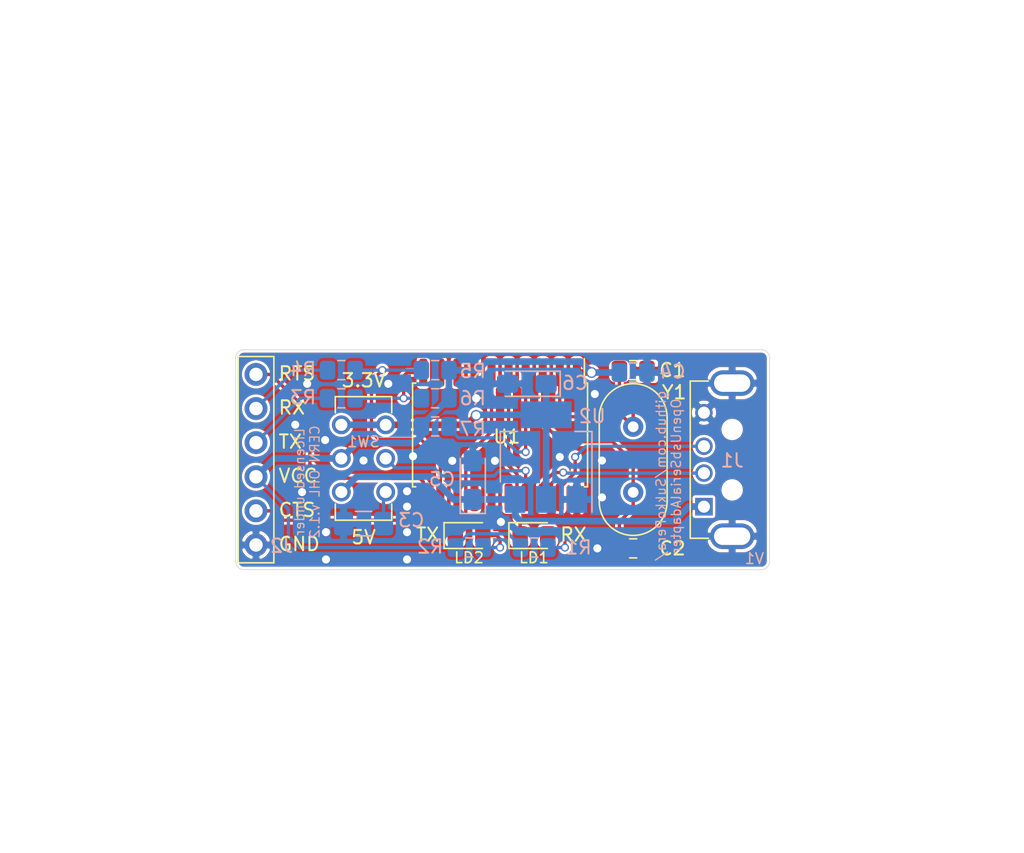
<source format=kicad_pcb>
(kicad_pcb (version 20171130) (host pcbnew 5.1.5)
  (title_block (title OpenUsbSerialAdapter) (date 2020-04-03) (rev 1git) (company SukkoPera) (comment 1 "Licensed under CERN OHL v.1.2"))
  (layers (0 F.Cu signal) (31 B.Cu signal) (36 B.SilkS user) (37 F.SilkS user) (38 B.Mask user) (39 F.Mask user) (44 Edge.Cuts user))
  (net 0 "")
  (net 1 GND)
  (net 2 "Net-(C3-Pad1)")
  (net 3 +5V)
  (net 4 /usb-)
  (net 5 /usb+)
  (net 6 /~rts)
  (net 7 /rx)
  (net 8 /tx)
  (net 9 /~cts)
  (net 10 "Net-(LD1-Pad2)")
  (net 11 "Net-(LD1-Pad1)")
  (net 12 "Net-(LD2-Pad1)")
  (net 13 "Net-(LD2-Pad2)")
  (net 14 "Net-(R4-Pad1)")
  (net 15 "Net-(R7-Pad2)")
  (net 16 "Net-(R3-Pad1)")
  (net 17 +3V3)
  (net 18 VCC)
  (net 19 "Net-(SW1-Pad5)")
  (net 20 /clk+)
  (net 21 /clk-)
  (module OpenUsbSerialAdapter:PinHeader_1x06_P2.54mm_Vertical (layer F.Cu) (at 133.35 91.3765)
    (fp_text reference J2 (at 1.905 12.7635) (layer B.SilkS) (effects (justify mirror)))
    (fp_text value FTDI)
    (fp_line (start -1.33 -1.33) (end 1.33 -1.33) (layer F.SilkS) (width 0.12))
    (fp_line (start 1.33 -1.33) (end 1.33 14.03) (layer F.SilkS) (width 0.12))
    (fp_line (start -1.33 -1.33) (end -1.33 14.03) (layer F.SilkS) (width 0.12))
    (fp_line (start -1.33 14.03) (end 1.33 14.03) (layer F.SilkS) (width 0.12))
    (pad 6 thru_hole oval (at 0 12.7) (size 1.7 1.7) (drill 1) (layers *.Cu *.Mask) (net 1 GND))
    (pad 5 thru_hole oval (at 0 10.16) (size 1.7 1.7) (drill 1) (layers *.Cu *.Mask) (net 9 /~cts))
    (pad 4 thru_hole oval (at 0 7.62) (size 1.7 1.7) (drill 1) (layers *.Cu *.Mask) (net 18 VCC))
    (pad 3 thru_hole oval (at 0 5.08) (size 1.7 1.7) (drill 1) (layers *.Cu *.Mask) (net 8 /tx))
    (pad 2 thru_hole oval (at 0 2.54) (size 1.7 1.7) (drill 1) (layers *.Cu *.Mask) (net 7 /rx))
    (pad 1 thru_hole circle (at 0 0) (size 1.7 1.7) (drill 1) (layers *.Cu *.Mask) (net 6 /~rts))
  )
  (module OpenUsbSerialAdapter:USB_A_Molex_48037 (layer F.Cu) (at 168.783 97.7265 90)
    (fp_text reference J1 (at -0.0635 0) (layer B.SilkS) (effects (justify mirror)))
    (fp_text value USB_A)
    (fp_line (start 5.852 -3.122) (end 5.852 -1.778) (layer F.SilkS) (width 0.12))
    (fp_line (start -5.852 -3.122) (end -5.852 -1.778) (layer F.SilkS) (width 0.12))
    (fp_line (start -5.852 -3.122) (end 5.852 -3.122) (layer F.SilkS) (width 0.12))
    (pad "" np_thru_hole circle (at 2.25 0 90) (size 1.2 1.2) (drill 1.2) (layers *.Cu *.Mask))
    (pad "" np_thru_hole circle (at -2.25 0 90) (size 1.2 1.2) (drill 1.2) (layers *.Cu *.Mask))
    (pad 5 thru_hole oval (at 5.7 0 90) (size 1.9 3.3) (drill oval 1.3 2.7) (layers *.Cu *.Mask) (net 1 GND))
    (pad 5 thru_hole oval (at -5.7 0 270) (size 1.9 3.3) (drill oval 1.3 2.7) (layers *.Cu *.Mask) (net 1 GND))
    (pad 4 thru_hole circle (at 3.5 -2.1 90) (size 1.3 1.3) (drill 0.9) (layers *.Cu *.Mask) (net 1 GND))
    (pad 3 thru_hole circle (at 1 -2.1 90) (size 1.3 1.3) (drill 0.9) (layers *.Cu *.Mask) (net 5 /usb+))
    (pad 2 thru_hole circle (at -1 -2.1 90) (size 1.3 1.3) (drill 0.9) (layers *.Cu *.Mask) (net 4 /usb-))
    (pad 1 thru_hole rect (at -3.5 -2.1 90) (size 1.3 1.3) (drill 0.9) (layers *.Cu *.Mask) (net 3 +5V))
  )
  (module Capacitor_SMD:C_0805_2012Metric_Pad1.15x1.40mm_HandSolder (layer F.Cu) (at 161.417 91.059 180)
    (fp_text reference C1 (at -2.921 0) (layer F.SilkS))
    (fp_text value 22p)
    (fp_line (start -0.261252 -0.71) (end 0.261252 -0.71) (layer F.SilkS) (width 0.12))
    (fp_line (start -0.261252 0.71) (end 0.261252 0.71) (layer F.SilkS) (width 0.12))
    (pad 1 smd roundrect (at -1.025 0 180) (size 1.15 1.4) (layers F.Cu F.Paste F.Mask) (roundrect_rratio 0.217391) (net 1 GND))
    (pad 2 smd roundrect (at 1.025 0 180) (size 1.15 1.4) (layers F.Cu F.Paste F.Mask) (roundrect_rratio 0.217391) (net 20 /clk+))
  )
  (module Capacitor_SMD:C_0805_2012Metric_Pad1.15x1.40mm_HandSolder (layer F.Cu) (at 161.417 104.3305 180)
    (fp_text reference C2 (at -2.921 0) (layer F.SilkS))
    (fp_text value 22p)
    (fp_line (start -0.261252 0.71) (end 0.261252 0.71) (layer F.SilkS) (width 0.12))
    (fp_line (start -0.261252 -0.71) (end 0.261252 -0.71) (layer F.SilkS) (width 0.12))
    (pad 2 smd roundrect (at 1.025 0 180) (size 1.15 1.4) (layers F.Cu F.Paste F.Mask) (roundrect_rratio 0.217391) (net 21 /clk-))
    (pad 1 smd roundrect (at -1.025 0 180) (size 1.15 1.4) (layers F.Cu F.Paste F.Mask) (roundrect_rratio 0.217391) (net 1 GND))
  )
  (module LED_SMD:LED_0805_2012Metric_Pad1.15x1.40mm_HandSolder (layer F.Cu) (at 154.030499 103.378)
    (fp_text reference LD1 (at 0 1.65) (layer F.SilkS) (effects (font (size 0.8 0.8) (thickness 0.12))))
    (fp_text value LED_TX)
    (fp_line (start -1.86 0.96) (end 1 0.96) (layer F.SilkS) (width 0.12))
    (fp_line (start -1.86 -0.96) (end -1.86 0.96) (layer F.SilkS) (width 0.12))
    (fp_line (start 1 -0.96) (end -1.86 -0.96) (layer F.SilkS) (width 0.12))
    (pad 2 smd roundrect (at 1.025 0) (size 1.15 1.4) (layers F.Cu F.Paste F.Mask) (roundrect_rratio 0.217391) (net 10 "Net-(LD1-Pad2)"))
    (pad 1 smd roundrect (at -1.025 0) (size 1.15 1.4) (layers F.Cu F.Paste F.Mask) (roundrect_rratio 0.217391) (net 11 "Net-(LD1-Pad1)"))
  )
  (module LED_SMD:LED_0805_2012Metric_Pad1.15x1.40mm_HandSolder (layer F.Cu) (at 149.2025 103.378)
    (fp_text reference LD2 (at 0 1.65) (layer F.SilkS) (effects (font (size 0.8 0.8) (thickness 0.12))))
    (fp_text value LED_RX)
    (fp_line (start 1 -0.96) (end -1.86 -0.96) (layer F.SilkS) (width 0.12))
    (fp_line (start -1.86 -0.96) (end -1.86 0.96) (layer F.SilkS) (width 0.12))
    (fp_line (start -1.86 0.96) (end 1 0.96) (layer F.SilkS) (width 0.12))
    (pad 1 smd roundrect (at -1.025 0) (size 1.15 1.4) (layers F.Cu F.Paste F.Mask) (roundrect_rratio 0.217391) (net 12 "Net-(LD2-Pad1)"))
    (pad 2 smd roundrect (at 1.025 0) (size 1.15 1.4) (layers F.Cu F.Paste F.Mask) (roundrect_rratio 0.217391) (net 13 "Net-(LD2-Pad2)"))
  )
  (module Resistor_SMD:R_0805_2012Metric_Pad1.15x1.40mm_HandSolder (layer B.Cu) (at 154.052999 104.267 180)
    (fp_text reference R1 (at -3.300001 0) (layer B.SilkS) (effects (justify mirror)))
    (fp_text value 220)
    (fp_line (start -0.261252 0.71) (end 0.261252 0.71) (layer B.SilkS) (width 0.12))
    (fp_line (start -0.261252 -0.71) (end 0.261252 -0.71) (layer B.SilkS) (width 0.12))
    (pad 1 smd roundrect (at -1.025 0 180) (size 1.15 1.4) (layers B.Cu B.Paste B.Mask) (roundrect_rratio 0.217391) (net 10 "Net-(LD1-Pad2)"))
    (pad 2 smd roundrect (at 1.025 0 180) (size 1.15 1.4) (layers B.Cu B.Paste B.Mask) (roundrect_rratio 0.217391) (net 18 VCC))
  )
  (module Resistor_SMD:R_0805_2012Metric_Pad1.15x1.40mm_HandSolder (layer B.Cu) (at 139.7 93.1545 180)
    (fp_text reference R3 (at 2.8575 0.0675) (layer B.SilkS) (effects (justify mirror)))
    (fp_text value 100)
    (fp_line (start -0.261252 -0.71) (end 0.261252 -0.71) (layer B.SilkS) (width 0.12))
    (fp_line (start -0.261252 0.71) (end 0.261252 0.71) (layer B.SilkS) (width 0.12))
    (pad 2 smd roundrect (at 1.025 0 180) (size 1.15 1.4) (layers B.Cu B.Paste B.Mask) (roundrect_rratio 0.217391) (net 8 /tx))
    (pad 1 smd roundrect (at -1.025 0 180) (size 1.15 1.4) (layers B.Cu B.Paste B.Mask) (roundrect_rratio 0.217391) (net 16 "Net-(R3-Pad1)"))
  )
  (module Resistor_SMD:R_0805_2012Metric_Pad1.15x1.40mm_HandSolder (layer B.Cu) (at 149.225 104.267 180)
    (fp_text reference R2 (at 2.921 0.0675) (layer B.SilkS) (effects (justify mirror)))
    (fp_text value 220)
    (fp_line (start -0.261252 -0.71) (end 0.261252 -0.71) (layer B.SilkS) (width 0.12))
    (fp_line (start -0.261252 0.71) (end 0.261252 0.71) (layer B.SilkS) (width 0.12))
    (pad 2 smd roundrect (at 1.025 0 180) (size 1.15 1.4) (layers B.Cu B.Paste B.Mask) (roundrect_rratio 0.217391) (net 18 VCC))
    (pad 1 smd roundrect (at -1.025 0 180) (size 1.15 1.4) (layers B.Cu B.Paste B.Mask) (roundrect_rratio 0.217391) (net 13 "Net-(LD2-Pad2)"))
  )
  (module Resistor_SMD:R_0805_2012Metric_Pad1.15x1.40mm_HandSolder (layer B.Cu) (at 139.7 91.059 180)
    (fp_text reference R4 (at 2.8575 0.0675) (layer B.SilkS) (effects (justify mirror)))
    (fp_text value 100)
    (fp_line (start -0.261252 0.71) (end 0.261252 0.71) (layer B.SilkS) (width 0.12))
    (fp_line (start -0.261252 -0.71) (end 0.261252 -0.71) (layer B.SilkS) (width 0.12))
    (pad 1 smd roundrect (at -1.025 0 180) (size 1.15 1.4) (layers B.Cu B.Paste B.Mask) (roundrect_rratio 0.217391) (net 14 "Net-(R4-Pad1)"))
    (pad 2 smd roundrect (at 1.025 0 180) (size 1.15 1.4) (layers B.Cu B.Paste B.Mask) (roundrect_rratio 0.217391) (net 7 /rx))
  )
  (module Resistor_SMD:R_0805_2012Metric_Pad1.15x1.40mm_HandSolder (layer B.Cu) (at 146.685 91.059 180)
    (fp_text reference R5 (at -2.794 -0.071) (layer B.SilkS) (effects (justify mirror)))
    (fp_text value 10k)
    (fp_line (start -0.261252 -0.71) (end 0.261252 -0.71) (layer B.SilkS) (width 0.12))
    (fp_line (start -0.261252 0.71) (end 0.261252 0.71) (layer B.SilkS) (width 0.12))
    (pad 2 smd roundrect (at 1.025 0 180) (size 1.15 1.4) (layers B.Cu B.Paste B.Mask) (roundrect_rratio 0.217391) (net 14 "Net-(R4-Pad1)"))
    (pad 1 smd roundrect (at -1.025 0 180) (size 1.15 1.4) (layers B.Cu B.Paste B.Mask) (roundrect_rratio 0.217391) (net 18 VCC))
  )
  (module Resistor_SMD:R_0805_2012Metric_Pad1.15x1.40mm_HandSolder (layer B.Cu) (at 146.685 93.1545 180)
    (fp_text reference R6 (at -2.794 0) (layer B.SilkS) (effects (justify mirror)))
    (fp_text value 10k)
    (fp_line (start -0.261252 0.71) (end 0.261252 0.71) (layer B.SilkS) (width 0.12))
    (fp_line (start -0.261252 -0.71) (end 0.261252 -0.71) (layer B.SilkS) (width 0.12))
    (pad 1 smd roundrect (at -1.025 0 180) (size 1.15 1.4) (layers B.Cu B.Paste B.Mask) (roundrect_rratio 0.217391) (net 18 VCC))
    (pad 2 smd roundrect (at 1.025 0 180) (size 1.15 1.4) (layers B.Cu B.Paste B.Mask) (roundrect_rratio 0.217391) (net 16 "Net-(R3-Pad1)"))
  )
  (module Resistor_SMD:R_0805_2012Metric_Pad1.15x1.40mm_HandSolder (layer B.Cu) (at 146.685 95.25)
    (fp_text reference R7 (at 2.794 0.1905) (layer B.SilkS) (effects (justify mirror)))
    (fp_text value 10k)
    (fp_line (start -0.261252 -0.71) (end 0.261252 -0.71) (layer B.SilkS) (width 0.12))
    (fp_line (start -0.261252 0.71) (end 0.261252 0.71) (layer B.SilkS) (width 0.12))
    (pad 2 smd roundrect (at 1.025 0) (size 1.15 1.4) (layers B.Cu B.Paste B.Mask) (roundrect_rratio 0.217391) (net 15 "Net-(R7-Pad2)"))
    (pad 1 smd roundrect (at -1.025 0) (size 1.15 1.4) (layers B.Cu B.Paste B.Mask) (roundrect_rratio 0.217391) (net 18 VCC))
  )
  (module Package_SO:SOIC-20W_7.5x12.8mm_P1.27mm (layer F.Cu) (at 151.511 95.885 270)
    (fp_text reference U1 (at 0.127 -0.508 180) (layer F.SilkS))
    (fp_text value MCP2200-I-SO)
    (fp_line (start 0 6.51) (end 3.86 6.51) (layer F.SilkS) (width 0.12))
    (fp_line (start 3.86 6.51) (end 3.86 6.275) (layer F.SilkS) (width 0.12))
    (fp_line (start 0 6.51) (end -3.86 6.51) (layer F.SilkS) (width 0.12))
    (fp_line (start -3.86 6.51) (end -3.86 6.275) (layer F.SilkS) (width 0.12))
    (fp_line (start 0 -6.51) (end 3.86 -6.51) (layer F.SilkS) (width 0.12))
    (fp_line (start 3.86 -6.51) (end 3.86 -6.275) (layer F.SilkS) (width 0.12))
    (fp_line (start 0 -6.51) (end -3.86 -6.51) (layer F.SilkS) (width 0.12))
    (fp_line (start -3.86 -6.51) (end -3.86 -6.275) (layer F.SilkS) (width 0.12))
    (fp_line (start -3.86 -6.275) (end -5.675 -6.275) (layer F.SilkS) (width 0.12))
    (pad 1 smd roundrect (at -4.65 -5.715 270) (size 2.05 0.6) (layers F.Cu F.Paste F.Mask) (net 18 VCC))
    (pad 2 smd roundrect (at -4.65 -4.445 270) (size 2.05 0.6) (layers F.Cu F.Paste F.Mask) (net 20 /clk+))
    (pad 3 smd roundrect (at -4.65 -3.175 270) (size 2.05 0.6) (layers F.Cu F.Paste F.Mask) (net 21 /clk-))
    (pad 4 smd roundrect (at -4.65 -1.905 270) (size 2.05 0.6) (layers F.Cu F.Paste F.Mask) (net 15 "Net-(R7-Pad2)"))
    (pad 5 smd roundrect (at -4.65 -0.635 270) (size 2.05 0.6) (layers F.Cu F.Paste F.Mask) (net 11 "Net-(LD1-Pad1)"))
    (pad 6 smd roundrect (at -4.65 0.635 270) (size 2.05 0.6) (layers F.Cu F.Paste F.Mask) (net 12 "Net-(LD2-Pad1)"))
    (pad 7 smd roundrect (at -4.65 1.905 270) (size 2.05 0.6) (layers F.Cu F.Paste F.Mask))
    (pad 8 smd roundrect (at -4.65 3.175 270) (size 2.05 0.6) (layers F.Cu F.Paste F.Mask))
    (pad 9 smd roundrect (at -4.65 4.445 270) (size 2.05 0.6) (layers F.Cu F.Paste F.Mask))
    (pad 10 smd roundrect (at -4.65 5.715 270) (size 2.05 0.6) (layers F.Cu F.Paste F.Mask) (net 16 "Net-(R3-Pad1)"))
    (pad 11 smd roundrect (at 4.65 5.715 270) (size 2.05 0.6) (layers F.Cu F.Paste F.Mask) (net 6 /~rts))
    (pad 12 smd roundrect (at 4.65 4.445 270) (size 2.05 0.6) (layers F.Cu F.Paste F.Mask) (net 14 "Net-(R4-Pad1)"))
    (pad 13 smd roundrect (at 4.65 3.175 270) (size 2.05 0.6) (layers F.Cu F.Paste F.Mask) (net 9 /~cts))
    (pad 14 smd roundrect (at 4.65 1.905 270) (size 2.05 0.6) (layers F.Cu F.Paste F.Mask))
    (pad 15 smd roundrect (at 4.65 0.635 270) (size 2.05 0.6) (layers F.Cu F.Paste F.Mask))
    (pad 16 smd roundrect (at 4.65 -0.635 270) (size 2.05 0.6) (layers F.Cu F.Paste F.Mask))
    (pad 17 smd roundrect (at 4.65 -1.905 270) (size 2.05 0.6) (layers F.Cu F.Paste F.Mask) (net 19 "Net-(SW1-Pad5)"))
    (pad 18 smd roundrect (at 4.65 -3.175 270) (size 2.05 0.6) (layers F.Cu F.Paste F.Mask) (net 4 /usb-))
    (pad 19 smd roundrect (at 4.65 -4.445 270) (size 2.05 0.6) (layers F.Cu F.Paste F.Mask) (net 5 /usb+))
    (pad 20 smd roundrect (at 4.65 -5.715 270) (size 2.05 0.6) (layers F.Cu F.Paste F.Mask) (net 1 GND))
  )
  (module Crystal:Crystal_HC49-U_Vertical (layer F.Cu) (at 161.417 95.2765 270)
    (fp_text reference Y1 (at -2.5665 -3.048 180) (layer F.SilkS))
    (fp_text value 12M)
    (fp_line (start -0.685 -2.525) (end 5.565 -2.525) (layer F.SilkS) (width 0.12))
    (fp_line (start -0.685 2.525) (end 5.565 2.525) (layer F.SilkS) (width 0.12))
    (fp_arc (start -0.685 0) (end -0.685 -2.525) (angle -180) (layer F.SilkS) (width 0.12))
    (fp_arc (start 5.565 0) (end 5.565 -2.525) (angle 180) (layer F.SilkS) (width 0.12))
    (pad 1 thru_hole circle (at 0 0 270) (size 1.5 1.5) (drill 0.8) (layers *.Cu *.Mask) (net 20 /clk+))
    (pad 2 thru_hole circle (at 4.88 0 270) (size 1.5 1.5) (drill 0.8) (layers *.Cu *.Mask) (net 21 /clk-))
  )
  (module Capacitor_Tantalum_SMD:CP_EIA-3216-18_Kemet-A_Pad1.58x1.35mm_HandSolder (layer B.Cu) (at 149.479 99.2485 90)
    (fp_text reference C5 (at 0.0615 -2.286) (layer B.SilkS) (effects (justify mirror)))
    (fp_text value 10u)
    (fp_line (start -2.485 -0.935) (end 1.6 -0.935) (layer B.SilkS) (width 0.12))
    (fp_line (start -2.485 0.935) (end -2.485 -0.935) (layer B.SilkS) (width 0.12))
    (fp_line (start 1.6 0.935) (end -2.485 0.935) (layer B.SilkS) (width 0.12))
    (pad 2 smd roundrect (at 1.4375 0 90) (size 1.575 1.35) (layers B.Cu B.Paste B.Mask) (roundrect_rratio 0.185185) (net 1 GND))
    (pad 1 smd roundrect (at -1.4375 0 90) (size 1.575 1.35) (layers B.Cu B.Paste B.Mask) (roundrect_rratio 0.185185) (net 3 +5V))
  )
  (module Capacitor_Tantalum_SMD:CP_EIA-3216-18_Kemet-A_Pad1.58x1.35mm_HandSolder (layer B.Cu) (at 153.5025 92.075 180)
    (fp_text reference C6 (at -3.5965 0.0635 180) (layer B.SilkS) (effects (justify mirror)))
    (fp_text value 10u)
    (fp_line (start -2.485 -0.935) (end 1.6 -0.935) (layer B.SilkS) (width 0.12))
    (fp_line (start -2.485 0.935) (end -2.485 -0.935) (layer B.SilkS) (width 0.12))
    (fp_line (start 1.6 0.935) (end -2.485 0.935) (layer B.SilkS) (width 0.12))
    (pad 2 smd roundrect (at 1.4375 0 180) (size 1.575 1.35) (layers B.Cu B.Paste B.Mask) (roundrect_rratio 0.185185) (net 1 GND))
    (pad 1 smd roundrect (at -1.4375 0 180) (size 1.575 1.35) (layers B.Cu B.Paste B.Mask) (roundrect_rratio 0.185185) (net 17 +3V3))
  )
  (module Package_TO_SOT_SMD:SOT-223-3_TabPin2 (layer B.Cu) (at 154.94 97.536 90)
    (fp_text reference U2 (at 3.048 3.429) (layer B.SilkS) (effects (justify mirror)))
    (fp_text value AMS1117-3.3)
    (fp_line (start 1.91 -3.41) (end 1.91 -2.15) (layer B.SilkS) (width 0.12))
    (fp_line (start 1.91 3.41) (end 1.91 2.15) (layer B.SilkS) (width 0.12))
    (fp_line (start -1.85 -3.41) (end 1.91 -3.41) (layer B.SilkS) (width 0.12))
    (fp_line (start -4.1 3.41) (end 1.91 3.41) (layer B.SilkS) (width 0.12))
    (pad 2 smd rect (at 3.15 0 90) (size 2 3.8) (layers B.Cu B.Paste B.Mask) (net 17 +3V3))
    (pad 2 smd rect (at -3.15 0 90) (size 2 1.5) (layers B.Cu B.Paste B.Mask) (net 17 +3V3))
    (pad 3 smd rect (at -3.15 -2.3 90) (size 2 1.5) (layers B.Cu B.Paste B.Mask) (net 3 +5V))
    (pad 1 smd rect (at -3.15 2.3 90) (size 2 1.5) (layers B.Cu B.Paste B.Mask) (net 1 GND))
  )
  (module Capacitor_SMD:C_0805_2012Metric_Pad1.15x1.40mm_HandSolder (layer B.Cu) (at 161.417 91.235)
    (fp_text reference C4 (at 2.921 -0.0675) (layer B.SilkS) (effects (justify mirror)))
    (fp_text value 100n)
    (fp_line (start -0.261252 0.71) (end 0.261252 0.71) (layer B.SilkS) (width 0.12))
    (fp_line (start -0.261252 -0.71) (end 0.261252 -0.71) (layer B.SilkS) (width 0.12))
    (pad 1 smd roundrect (at -1.025 0) (size 1.15 1.4) (layers B.Cu B.Paste B.Mask) (roundrect_rratio 0.217391) (net 18 VCC))
    (pad 2 smd roundrect (at 1.025 0) (size 1.15 1.4) (layers B.Cu B.Paste B.Mask) (roundrect_rratio 0.217391) (net 1 GND))
  )
  (module Capacitor_SMD:C_1206_3216Metric_Pad1.42x1.75mm_HandSolder (layer B.Cu) (at 141.351 102.489 180)
    (fp_text reference C3 (at -3.556 0.254) (layer B.SilkS) (effects (justify mirror)))
    (fp_text value 330n)
    (fp_line (start -0.602064 0.91) (end 0.602064 0.91) (layer B.SilkS) (width 0.12))
    (fp_line (start -0.602064 -0.91) (end 0.602064 -0.91) (layer B.SilkS) (width 0.12))
    (pad 1 smd roundrect (at -1.4875 0 180) (size 1.425 1.75) (layers B.Cu B.Paste B.Mask) (roundrect_rratio 0.175439) (net 2 "Net-(C3-Pad1)"))
    (pad 2 smd roundrect (at 1.4875 0 180) (size 1.425 1.75) (layers B.Cu B.Paste B.Mask) (roundrect_rratio 0.175439) (net 1 GND))
  )
  (module OpenUsbSerialAdapter:SW_DPDT (layer F.Cu) (at 139.7 100.134 90)
    (fp_text reference SW1 (at 3.741 1.65 180) (layer B.SilkS) (effects (font (size 0.8 0.8) (thickness 0.12)) (justify mirror)))
    (fp_text value SW_DPDT_x2)
    (fp_line (start 7.1 3.75) (end 5.9 3.75) (layer F.SilkS) (width 0.12))
    (fp_line (start 7.1 -0.45) (end 7.1 3.75) (layer F.SilkS) (width 0.12))
    (fp_line (start 5.9 -0.45) (end 7.1 -0.45) (layer F.SilkS) (width 0.12))
    (fp_line (start -2.1 3.75) (end -0.9 3.75) (layer F.SilkS) (width 0.12))
    (fp_line (start -2.1 -0.45) (end -2.1 3.75) (layer F.SilkS) (width 0.12))
    (fp_line (start -0.9 -0.45) (end -2.1 -0.45) (layer F.SilkS) (width 0.12))
    (pad 1 thru_hole circle (at 0 0 90) (size 1.4 1.4) (drill 0.9) (layers *.Cu *.Mask) (net 3 +5V))
    (pad 2 thru_hole circle (at 2.5 0 90) (size 1.4 1.4) (drill 0.9) (layers *.Cu *.Mask) (net 18 VCC))
    (pad 3 thru_hole circle (at 5 0 90) (size 1.4 1.4) (drill 0.9) (layers *.Cu *.Mask) (net 17 +3V3))
    (pad 4 thru_hole circle (at 0 3.3 90) (size 1.4 1.4) (drill 0.9) (layers *.Cu *.Mask) (net 2 "Net-(C3-Pad1)"))
    (pad 5 thru_hole circle (at 2.5 3.3 90) (size 1.4 1.4) (drill 0.9) (layers *.Cu *.Mask) (net 19 "Net-(SW1-Pad5)"))
    (pad 6 thru_hole circle (at 5 3.3 90) (size 1.4 1.4) (drill 0.9) (layers *.Cu *.Mask) (net 17 +3V3))
  )
  (gr_text V1 (at 170.434 105.0925) (layer B.SilkS) (effects (font (size 0.8 0.8) (thickness 0.12)) (justify mirror)))
  (gr_arc (start 132.461 105.283) (end 131.826 105.283) (angle -90) (layer Edge.Cuts) (width 0.05))
  (gr_arc (start 132.461 90.17) (end 132.461 89.535) (angle -90) (layer Edge.Cuts) (width 0.05))
  (gr_arc (start 170.942 90.17) (end 171.577 90.17) (angle -90) (layer Edge.Cuts) (width 0.05))
  (gr_arc (start 170.942 105.283) (end 170.942 105.918) (angle -90) (layer Edge.Cuts) (width 0.05))
  (gr_text "github.com/SukkoPera/\nOpenUsbSerialAdapter" (at 164.054 98.933 90) (layer B.SilkS) (effects (font (size 0.7 0.7) (thickness 0.1)) (justify mirror)))
  (gr_text "Licensed under\nCERN OHL v.1.2" (at 137.16 99.3775 90) (layer B.SilkS) (effects (font (size 0.7 0.7) (thickness 0.1)) (justify mirror)))
  (gr_text TX (at 146.1135 103.3145) (layer F.SilkS) (effects (font (size 1 1))))
  (gr_text RX (at 156.972 103.3105) (layer F.SilkS) (effects (font (size 1 1))))
  (gr_text 5V (at 141.351 103.505) (layer F.SilkS) (effects (font (size 1 1))))
  (gr_text 3.3V (at 141.351 91.821) (layer F.SilkS) (effects (font (size 1 1))))
  (gr_text RTS (at 136.398 91.309) (layer F.SilkS) (effects (font (size 1 1))))
  (gr_text RX (at 136.017047 93.849) (layer F.SilkS) (effects (font (size 1 1))))
  (gr_text TX (at 135.898 96.389) (layer F.SilkS) (effects (font (size 1 1))))
  (gr_text VCC (at 136.469428 98.929) (layer F.SilkS) (effects (font (size 1 1))))
  (gr_text GND (at 136.564666 104.009) (layer F.SilkS) (effects (font (size 1 1))))
  (gr_text CTS (at 136.398 101.469) (layer F.SilkS) (effects (font (size 1 1))))
  (gr_line (start 170.942 105.918) (end 132.461 105.918) (layer Edge.Cuts) (width 0.05))
  (gr_line (start 171.577 90.17) (end 171.577 105.283) (layer Edge.Cuts) (width 0.05))
  (gr_line (start 131.826 90.17) (end 131.826 105.283) (layer Edge.Cuts) (width 0.05))
  (gr_line (start 170.942 89.535) (end 132.461 89.535) (layer Edge.Cuts) (width 0.05))
  (via (at 155.956 97.52601) (size 0.8) (drill 0.6) (layers F.Cu B.Cu) (net 1))
  (via (at 159.096499 100.535) (size 0.8) (drill 0.6) (layers F.Cu B.Cu) (net 1))
  (via (at 136.779 100.1395) (size 0.8) (drill 0.6) (layers F.Cu B.Cu) (net 1))
  (via (at 144.5895 101.219) (size 0.8) (drill 0.6) (layers F.Cu B.Cu) (net 1))
  (via (at 144.5895 103.124) (size 0.8) (drill 0.6) (layers F.Cu B.Cu) (net 1))
  (via (at 151.13 97.811) (size 0.8) (drill 0.6) (layers F.Cu B.Cu) (net 1))
  (via (at 147.955 97.811) (size 0.8) (drill 0.6) (layers F.Cu B.Cu) (net 1))
  (via (at 145.034 97.4725) (size 0.8) (drill 0.6) (layers F.Cu B.Cu) (net 1))
  (via (at 141.351 97.79) (size 0.8) (drill 0.6) (layers F.Cu B.Cu) (net 1))
  (via (at 138.4935 96.266) (size 0.8) (drill 0.6) (layers F.Cu B.Cu) (net 1))
  (via (at 136.271 95.123) (size 0.8) (drill 0.6) (layers F.Cu B.Cu) (net 1))
  (via (at 144.5895 100.076) (size 0.8) (drill 0.6) (layers F.Cu B.Cu) (net 1))
  (via (at 138.557 103.124) (size 0.8) (drill 0.6) (layers F.Cu B.Cu) (net 1))
  (via (at 137.16 92.075) (size 0.8) (drill 0.6) (layers F.Cu B.Cu) (net 1))
  (via (at 143.1925 92.075) (size 0.8) (drill 0.6) (layers F.Cu B.Cu) (net 1))
  (via (at 149.733 93.1545) (size 0.8) (drill 0.6) (layers F.Cu B.Cu) (net 1))
  (via (at 158.5595 92.837) (size 0.8) (drill 0.6) (layers F.Cu B.Cu) (net 1))
  (via (at 159.096499 97.79) (size 0.8) (drill 0.6) (layers F.Cu B.Cu) (net 1))
  (via (at 158.75 104.3305) (size 0.8) (drill 0.6) (layers F.Cu B.Cu) (net 1))
  (via (at 151.5745 102.362) (size 0.8) (drill 0.6) (layers F.Cu B.Cu) (net 1))
  (via (at 144.5895 105.156) (size 0.8) (drill 0.6) (layers F.Cu B.Cu) (net 1))
  (via (at 138.557 105.156) (size 0.8) (drill 0.6) (layers F.Cu B.Cu) (net 1))
  (segment (start 142.8375 100.2965) (end 143 100.134) (width 0.25) (layer B.Cu) (net 2))
  (segment (start 142.8385 100.2955) (end 143 100.134) (width 0.25) (layer B.Cu) (net 2))
  (segment (start 142.8385 102.489) (end 142.8385 100.2955) (width 0.25) (layer B.Cu) (net 2))
  (segment (start 152.64 100.686) (end 149.479 100.686) (width 0.5) (layer B.Cu) (net 3))
  (segment (start 148.057 100.686) (end 149.479 100.686) (width 0.5) (layer B.Cu) (net 3))
  (segment (start 140.850001 98.983999) (end 146.354999 98.983999) (width 0.5) (layer B.Cu) (net 3))
  (segment (start 146.354999 98.983999) (end 148.057 100.686) (width 0.5) (layer B.Cu) (net 3))
  (segment (start 139.7 100.134) (end 140.850001 98.983999) (width 0.5) (layer B.Cu) (net 3))
  (segment (start 165.850315 101.219) (end 166.416 101.219) (width 0.5) (layer B.Cu) (net 3))
  (segment (start 152.64 101.9035) (end 153.035 102.2985) (width 0.5) (layer B.Cu) (net 3))
  (segment (start 152.64 100.686) (end 152.64 101.9035) (width 0.5) (layer B.Cu) (net 3))
  (segment (start 153.035 102.2985) (end 164.461 102.2985) (width 0.5) (layer B.Cu) (net 3))
  (segment (start 164.461 102.2985) (end 165.5405 101.219) (width 0.5) (layer B.Cu) (net 3))
  (segment (start 165.5405 101.219) (end 165.850315 101.219) (width 0.5) (layer B.Cu) (net 3))
  (segment (start 154.686 99.51) (end 155.517 98.679) (width 0.25) (layer F.Cu) (net 4))
  (segment (start 166.683 98.7265) (end 156.2575 98.7265) (width 0.25) (layer B.Cu) (net 4))
  (via (at 156.21 98.679) (size 0.6) (drill 0.4) (layers F.Cu B.Cu) (net 4))
  (segment (start 155.517 98.679) (end 156.21 98.679) (width 0.25) (layer F.Cu) (net 4))
  (segment (start 156.2575 98.7265) (end 156.21 98.679) (width 0.25) (layer B.Cu) (net 4))
  (segment (start 154.686 100.535) (end 154.686 99.51) (width 0.25) (layer F.Cu) (net 4))
  (segment (start 166.683 96.7265) (end 157.898511 96.7265) (width 0.25) (layer B.Cu) (net 5))
  (via (at 157.099001 97.52601) (size 0.6) (drill 0.4) (layers F.Cu B.Cu) (net 5))
  (segment (start 157.898511 96.7265) (end 157.099001 97.52601) (width 0.25) (layer B.Cu) (net 5))
  (segment (start 157.099001 97.950274) (end 157.099001 97.52601) (width 0.25) (layer F.Cu) (net 5))
  (segment (start 157.099001 98.678999) (end 157.099001 97.950274) (width 0.25) (layer F.Cu) (net 5))
  (segment (start 155.956 99.822) (end 157.099001 98.678999) (width 0.25) (layer F.Cu) (net 5))
  (segment (start 155.956 100.535) (end 155.956 99.822) (width 0.25) (layer F.Cu) (net 5))
  (segment (start 145.796 99.3775) (end 145.796 100.535) (width 0.25) (layer F.Cu) (net 6))
  (segment (start 143.492001 99.108999) (end 143.506502 99.1235) (width 0.25) (layer F.Cu) (net 6))
  (segment (start 143.506502 99.1235) (end 145.542 99.1235) (width 0.25) (layer F.Cu) (net 6))
  (segment (start 138.415499 99.108999) (end 143.492001 99.108999) (width 0.25) (layer F.Cu) (net 6))
  (segment (start 137.36075 98.05425) (end 138.415499 99.108999) (width 0.25) (layer F.Cu) (net 6))
  (segment (start 145.542 99.1235) (end 145.796 99.3775) (width 0.25) (layer F.Cu) (net 6))
  (segment (start 137.36075 94.28725) (end 137.36075 98.05425) (width 0.25) (layer F.Cu) (net 6))
  (segment (start 134.45 91.3765) (end 137.36075 94.28725) (width 0.25) (layer F.Cu) (net 6))
  (segment (start 133.35 91.3765) (end 134.45 91.3765) (width 0.25) (layer F.Cu) (net 6))
  (segment (start 136.2075 91.059) (end 133.35 93.9165) (width 0.25) (layer B.Cu) (net 7))
  (segment (start 136.2075 91.059) (end 138.675 91.059) (width 0.25) (layer B.Cu) (net 7))
  (segment (start 136.652 93.1545) (end 133.35 96.4565) (width 0.25) (layer B.Cu) (net 8))
  (segment (start 136.652 93.1545) (end 138.675 93.1545) (width 0.25) (layer B.Cu) (net 8))
  (segment (start 148.336 100.281) (end 148.336 101.854) (width 0.25) (layer F.Cu) (net 9))
  (segment (start 134.552081 101.5365) (end 135.250581 102.235) (width 0.25) (layer F.Cu) (net 9))
  (segment (start 133.35 101.5365) (end 134.552081 101.5365) (width 0.25) (layer F.Cu) (net 9))
  (segment (start 147.955 102.235) (end 148.336 101.854) (width 0.25) (layer F.Cu) (net 9))
  (segment (start 135.250581 102.235) (end 147.955 102.235) (width 0.25) (layer F.Cu) (net 9))
  (via (at 156.337 104.267) (size 0.6) (drill 0.4) (layers F.Cu B.Cu) (net 10))
  (segment (start 155.077999 104.267) (end 156.337 104.267) (width 0.25) (layer B.Cu) (net 10))
  (segment (start 155.055499 103.378) (end 156.083 103.378) (width 0.25) (layer F.Cu) (net 10))
  (segment (start 156.337 103.632) (end 156.337 104.267) (width 0.25) (layer F.Cu) (net 10))
  (segment (start 156.083 103.378) (end 156.337 103.632) (width 0.25) (layer F.Cu) (net 10))
  (segment (start 153.005499 102.352479) (end 153.005499 103.378) (width 0.25) (layer F.Cu) (net 11))
  (segment (start 152.77101 98.79601) (end 152.77101 102.11799) (width 0.25) (layer F.Cu) (net 11))
  (segment (start 152.77101 102.11799) (end 153.005499 102.352479) (width 0.25) (layer F.Cu) (net 11))
  (segment (start 152.146 98.171) (end 152.77101 98.79601) (width 0.25) (layer F.Cu) (net 11))
  (segment (start 152.146 91.235) (end 152.146 98.171) (width 0.25) (layer F.Cu) (net 11))
  (segment (start 148.1775 102.678) (end 148.1775 103.378) (width 0.25) (layer F.Cu) (net 12))
  (segment (start 148.96101 101.89449) (end 148.1775 102.678) (width 0.25) (layer F.Cu) (net 12))
  (segment (start 148.96101 97.54599) (end 148.96101 101.89449) (width 0.25) (layer F.Cu) (net 12))
  (segment (start 150.876 91.235) (end 150.876 95.631) (width 0.25) (layer F.Cu) (net 12))
  (segment (start 150.876 95.631) (end 148.96101 97.54599) (width 0.25) (layer F.Cu) (net 12))
  (via (at 151.511 104.267) (size 0.6) (drill 0.4) (layers F.Cu B.Cu) (net 13))
  (segment (start 150.25 104.267) (end 151.511 104.267) (width 0.25) (layer B.Cu) (net 13))
  (segment (start 150.2275 103.378) (end 151.257 103.378) (width 0.25) (layer F.Cu) (net 13))
  (segment (start 151.511 103.632) (end 151.511 104.267) (width 0.25) (layer F.Cu) (net 13))
  (segment (start 151.257 103.378) (end 151.511 103.632) (width 0.25) (layer F.Cu) (net 13))
  (segment (start 142.557494 91.059) (end 142.748 91.059) (width 0.25) (layer B.Cu) (net 14))
  (segment (start 145.66 91.059) (end 142.557494 91.059) (width 0.25) (layer B.Cu) (net 14))
  (via (at 142.748 91.059) (size 0.6) (drill 0.4) (layers F.Cu B.Cu) (net 14))
  (segment (start 147.066 97.663) (end 147.066 100.535) (width 0.25) (layer F.Cu) (net 14))
  (segment (start 145.6055 96.2025) (end 147.066 97.663) (width 0.25) (layer F.Cu) (net 14))
  (segment (start 142.494 96.2025) (end 145.6055 96.2025) (width 0.25) (layer F.Cu) (net 14))
  (segment (start 141.940001 95.648501) (end 142.494 96.2025) (width 0.25) (layer F.Cu) (net 14))
  (segment (start 141.940001 91.866999) (end 141.940001 95.648501) (width 0.25) (layer F.Cu) (net 14))
  (segment (start 142.748 91.059) (end 141.940001 91.866999) (width 0.25) (layer F.Cu) (net 14))
  (segment (start 140.725 91.059) (end 142.748 91.059) (width 0.25) (layer B.Cu) (net 14))
  (segment (start 153.416 91.235) (end 153.416 97.155) (width 0.25) (layer F.Cu) (net 15))
  (via (at 153.416 97.155) (size 0.6) (drill 0.4) (layers F.Cu B.Cu) (net 15))
  (segment (start 152.781 97.155) (end 153.416 97.155) (width 0.25) (layer B.Cu) (net 15))
  (segment (start 148.4275 96.1035) (end 151.7295 96.1035) (width 0.25) (layer B.Cu) (net 15))
  (segment (start 147.71 95.386) (end 148.4275 96.1035) (width 0.25) (layer B.Cu) (net 15))
  (segment (start 151.7295 96.1035) (end 152.781 97.155) (width 0.25) (layer B.Cu) (net 15))
  (segment (start 147.71 95.25) (end 147.71 95.386) (width 0.25) (layer B.Cu) (net 15))
  (segment (start 145.66 93.1545) (end 145.085 93.1545) (width 0.25) (layer B.Cu) (net 16))
  (segment (start 145.796 91.235) (end 144.604 91.235) (width 0.25) (layer F.Cu) (net 16))
  (via (at 144.3355 93.1545) (size 0.6) (drill 0.4) (layers F.Cu B.Cu) (net 16))
  (segment (start 144.3355 91.5035) (end 144.3355 93.1545) (width 0.25) (layer F.Cu) (net 16))
  (segment (start 144.604 91.235) (end 144.3355 91.5035) (width 0.25) (layer F.Cu) (net 16))
  (segment (start 145.085 93.1545) (end 144.3355 93.1545) (width 0.25) (layer B.Cu) (net 16))
  (segment (start 140.725 93.1545) (end 144.3355 93.1545) (width 0.25) (layer B.Cu) (net 16))
  (segment (start 143 95.134) (end 139.7 95.134) (width 0.5) (layer B.Cu) (net 17))
  (segment (start 154.94 94.386) (end 154.94 100.686) (width 0.5) (layer B.Cu) (net 17))
  (segment (start 154.94 94.386) (end 149.7715 94.386) (width 0.5) (layer B.Cu) (net 17))
  (via (at 149.733 94.4245) (size 0.8) (drill 0.6) (layers F.Cu B.Cu) (net 17))
  (segment (start 149.7715 94.386) (end 149.733 94.4245) (width 0.5) (layer B.Cu) (net 17))
  (segment (start 143 95.134) (end 149.0235 95.134) (width 0.5) (layer F.Cu) (net 17))
  (segment (start 149.0235 95.134) (end 149.733 94.4245) (width 0.5) (layer F.Cu) (net 17))
  (segment (start 154.94 91.948) (end 154.94 94.386) (width 0.5) (layer B.Cu) (net 17))
  (segment (start 147.71 91.059) (end 147.71 93.1545) (width 0.5) (layer B.Cu) (net 18))
  (segment (start 140.850001 96.483999) (end 140.399999 96.934001) (width 0.5) (layer B.Cu) (net 18))
  (segment (start 140.399999 96.934001) (end 139.7 97.634) (width 0.5) (layer B.Cu) (net 18))
  (segment (start 134.7125 97.634) (end 133.35 98.9965) (width 0.5) (layer B.Cu) (net 18))
  (segment (start 139.7 97.634) (end 134.7125 97.634) (width 0.5) (layer B.Cu) (net 18))
  (segment (start 145.66 95.2045) (end 147.71 93.1545) (width 0.5) (layer B.Cu) (net 18))
  (segment (start 145.66 95.25) (end 145.66 95.2045) (width 0.5) (layer B.Cu) (net 18))
  (segment (start 145.66 95.95) (end 145.126001 96.483999) (width 0.5) (layer B.Cu) (net 18))
  (segment (start 145.66 95.25) (end 145.66 95.95) (width 0.5) (layer B.Cu) (net 18))
  (segment (start 145.126001 96.483999) (end 144.816001 96.483999) (width 0.5) (layer B.Cu) (net 18))
  (segment (start 144.816001 96.483999) (end 140.850001 96.483999) (width 0.5) (layer B.Cu) (net 18))
  (segment (start 153.027999 104.267) (end 153.027999 104.132999) (width 0.25) (layer B.Cu) (net 18))
  (segment (start 152.146 103.251) (end 150.82219 103.251) (width 0.25) (layer B.Cu) (net 18))
  (segment (start 153.027999 104.132999) (end 152.146 103.251) (width 0.25) (layer B.Cu) (net 18))
  (segment (start 150.82219 103.251) (end 150.81318 103.24199) (width 0.25) (layer B.Cu) (net 18))
  (segment (start 148.2 104.267) (end 148.2 104.2125) (width 0.25) (layer B.Cu) (net 18))
  (segment (start 149.17051 103.24199) (end 150.44051 103.24199) (width 0.25) (layer B.Cu) (net 18))
  (segment (start 148.2 104.2125) (end 149.17051 103.24199) (width 0.25) (layer B.Cu) (net 18))
  (segment (start 150.81318 103.24199) (end 150.44051 103.24199) (width 0.25) (layer B.Cu) (net 18))
  (segment (start 135.763 101.4095) (end 135.763 103.4415) (width 0.25) (layer B.Cu) (net 18))
  (segment (start 135.763 101.4095) (end 133.35 98.9965) (width 0.25) (layer B.Cu) (net 18))
  (segment (start 136.5885 104.267) (end 139.319 104.267) (width 0.25) (layer B.Cu) (net 18))
  (segment (start 135.763 103.4415) (end 136.5885 104.267) (width 0.25) (layer B.Cu) (net 18))
  (segment (start 148.152999 104.267) (end 139.319 104.267) (width 0.25) (layer B.Cu) (net 18))
  (segment (start 149.86 91.059) (end 147.71 91.059) (width 0.5) (layer B.Cu) (net 18))
  (segment (start 150.495 90.424) (end 149.86 91.059) (width 0.5) (layer B.Cu) (net 18))
  (segment (start 157.226 91.235) (end 158.32 91.235) (width 0.5) (layer F.Cu) (net 18))
  (segment (start 160.392 91.235) (end 158.32 91.235) (width 0.5) (layer B.Cu) (net 18))
  (via (at 158.32 91.235) (size 0.8) (drill 0.6) (layers F.Cu B.Cu) (net 18))
  (segment (start 158.32 91.235) (end 157.509 90.424) (width 0.5) (layer B.Cu) (net 18))
  (segment (start 157.509 90.424) (end 156.972 90.424) (width 0.5) (layer B.Cu) (net 18))
  (segment (start 156.972 90.424) (end 150.495 90.424) (width 0.5) (layer B.Cu) (net 18))
  (via (at 153.416 98.552) (size 0.6) (drill 0.4) (layers F.Cu B.Cu) (net 19))
  (segment (start 153.416 98.552) (end 153.416 100.535) (width 0.25) (layer F.Cu) (net 19))
  (segment (start 146.593999 98.333999) (end 147.193 98.933) (width 0.25) (layer B.Cu) (net 19))
  (segment (start 143 97.634) (end 143.699999 98.333999) (width 0.25) (layer B.Cu) (net 19))
  (segment (start 143.699999 98.333999) (end 146.593999 98.333999) (width 0.25) (layer B.Cu) (net 19))
  (segment (start 151.4475 98.552) (end 151.0665 98.933) (width 0.25) (layer B.Cu) (net 19))
  (segment (start 153.416 98.552) (end 151.4475 98.552) (width 0.25) (layer B.Cu) (net 19))
  (segment (start 147.193 98.933) (end 151.0665 98.933) (width 0.25) (layer B.Cu) (net 19))
  (segment (start 161.417 93.726) (end 160.392 92.701) (width 0.25) (layer F.Cu) (net 20))
  (segment (start 161.417 95.2765) (end 161.417 93.726) (width 0.25) (layer F.Cu) (net 20))
  (segment (start 160.392 90.805) (end 160.392 92.701) (width 0.25) (layer F.Cu) (net 20))
  (segment (start 156.375501 94.526501) (end 155.956 94.107) (width 0.25) (layer F.Cu) (net 20))
  (segment (start 157.418129 94.520232) (end 157.362499 94.526501) (width 0.25) (layer F.Cu) (net 20))
  (segment (start 157.557956 94.432373) (end 157.518371 94.471958) (width 0.25) (layer F.Cu) (net 20))
  (segment (start 157.587741 94.384971) (end 157.557956 94.432373) (width 0.25) (layer F.Cu) (net 20))
  (segment (start 157.60623 94.332131) (end 157.587741 94.384971) (width 0.25) (layer F.Cu) (net 20))
  (segment (start 157.612499 94.114347) (end 157.612499 94.276501) (width 0.25) (layer F.Cu) (net 20))
  (segment (start 157.618767 94.058716) (end 157.612499 94.114347) (width 0.25) (layer F.Cu) (net 20))
  (segment (start 157.667041 93.958474) (end 157.637256 94.005876) (width 0.25) (layer F.Cu) (net 20))
  (segment (start 157.706626 93.918889) (end 157.667041 93.958474) (width 0.25) (layer F.Cu) (net 20))
  (segment (start 157.754028 93.889104) (end 157.706626 93.918889) (width 0.25) (layer F.Cu) (net 20))
  (segment (start 157.806868 93.870615) (end 157.754028 93.889104) (width 0.25) (layer F.Cu) (net 20))
  (segment (start 157.918129 93.870615) (end 157.862499 93.864347) (width 0.25) (layer F.Cu) (net 20))
  (segment (start 157.970969 93.889104) (end 157.918129 93.870615) (width 0.25) (layer F.Cu) (net 20))
  (segment (start 158.112499 94.938655) (end 158.112499 94.114347) (width 0.25) (layer F.Cu) (net 20))
  (segment (start 158.118767 94.994286) (end 158.112499 94.938655) (width 0.25) (layer F.Cu) (net 20))
  (segment (start 158.10623 94.058716) (end 158.087741 94.005876) (width 0.25) (layer F.Cu) (net 20))
  (segment (start 158.137256 95.047126) (end 158.118767 94.994286) (width 0.25) (layer F.Cu) (net 20))
  (segment (start 158.167041 95.094528) (end 158.137256 95.047126) (width 0.25) (layer F.Cu) (net 20))
  (segment (start 158.254028 95.163898) (end 158.206626 95.134113) (width 0.25) (layer F.Cu) (net 20))
  (segment (start 158.306868 95.182387) (end 158.254028 95.163898) (width 0.25) (layer F.Cu) (net 20))
  (segment (start 158.362499 95.188655) (end 158.306868 95.182387) (width 0.25) (layer F.Cu) (net 20))
  (segment (start 158.418129 95.182387) (end 158.362499 95.188655) (width 0.25) (layer F.Cu) (net 20))
  (segment (start 158.470969 95.163898) (end 158.418129 95.182387) (width 0.25) (layer F.Cu) (net 20))
  (segment (start 158.518371 95.134113) (end 158.470969 95.163898) (width 0.25) (layer F.Cu) (net 20))
  (segment (start 158.587741 95.047126) (end 158.557956 95.094528) (width 0.25) (layer F.Cu) (net 20))
  (segment (start 158.612499 94.214347) (end 158.612499 94.938655) (width 0.25) (layer F.Cu) (net 20))
  (segment (start 158.612499 94.938655) (end 158.60623 94.994286) (width 0.25) (layer F.Cu) (net 20))
  (segment (start 158.618767 94.158716) (end 158.612499 94.214347) (width 0.25) (layer F.Cu) (net 20))
  (segment (start 158.637256 94.105876) (end 158.618767 94.158716) (width 0.25) (layer F.Cu) (net 20))
  (segment (start 158.754028 93.989104) (end 158.706626 94.018889) (width 0.25) (layer F.Cu) (net 20))
  (segment (start 157.362499 94.526501) (end 156.375501 94.526501) (width 0.25) (layer F.Cu) (net 20))
  (segment (start 158.806868 93.970615) (end 158.754028 93.989104) (width 0.25) (layer F.Cu) (net 20))
  (segment (start 158.862499 93.964347) (end 158.806868 93.970615) (width 0.25) (layer F.Cu) (net 20))
  (segment (start 159.706626 93.918889) (end 159.667041 93.958474) (width 0.25) (layer F.Cu) (net 20))
  (segment (start 159.470969 95.163898) (end 159.418129 95.182387) (width 0.25) (layer F.Cu) (net 20))
  (segment (start 155.956 94.107) (end 155.956 90.981) (width 0.25) (layer F.Cu) (net 20))
  (segment (start 158.667041 94.058474) (end 158.637256 94.105876) (width 0.25) (layer F.Cu) (net 20))
  (segment (start 159.806868 93.870615) (end 159.754028 93.889104) (width 0.25) (layer F.Cu) (net 20))
  (segment (start 160.018371 93.918889) (end 159.970969 93.889104) (width 0.25) (layer F.Cu) (net 20))
  (segment (start 158.557956 95.094528) (end 158.518371 95.134113) (width 0.25) (layer F.Cu) (net 20))
  (segment (start 160.112499 94.276501) (end 160.112499 94.114347) (width 0.25) (layer F.Cu) (net 20))
  (segment (start 160.087741 94.005876) (end 160.057956 93.958474) (width 0.25) (layer F.Cu) (net 20))
  (segment (start 159.254028 95.163898) (end 159.206626 95.134113) (width 0.25) (layer F.Cu) (net 20))
  (segment (start 160.10623 94.058716) (end 160.087741 94.005876) (width 0.25) (layer F.Cu) (net 20))
  (segment (start 159.918129 93.870615) (end 159.862499 93.864347) (width 0.25) (layer F.Cu) (net 20))
  (segment (start 159.637256 94.005876) (end 159.618767 94.058716) (width 0.25) (layer F.Cu) (net 20))
  (segment (start 158.112499 94.114347) (end 158.10623 94.058716) (width 0.25) (layer F.Cu) (net 20))
  (segment (start 159.862499 93.864347) (end 159.806868 93.870615) (width 0.25) (layer F.Cu) (net 20))
  (segment (start 160.057956 93.958474) (end 160.018371 93.918889) (width 0.25) (layer F.Cu) (net 20))
  (segment (start 160.167041 94.432373) (end 160.137256 94.384971) (width 0.25) (layer F.Cu) (net 20))
  (segment (start 157.518371 94.471958) (end 157.470969 94.501743) (width 0.25) (layer F.Cu) (net 20))
  (segment (start 159.754028 93.889104) (end 159.706626 93.918889) (width 0.25) (layer F.Cu) (net 20))
  (segment (start 158.087741 94.005876) (end 158.057956 93.958474) (width 0.25) (layer F.Cu) (net 20))
  (segment (start 158.206626 95.134113) (end 158.167041 95.094528) (width 0.25) (layer F.Cu) (net 20))
  (segment (start 159.667041 93.958474) (end 159.637256 94.005876) (width 0.25) (layer F.Cu) (net 20))
  (segment (start 160.362499 94.526501) (end 160.306868 94.520232) (width 0.25) (layer F.Cu) (net 20))
  (segment (start 160.137256 94.384971) (end 160.118767 94.332131) (width 0.25) (layer F.Cu) (net 20))
  (segment (start 161.417 95.2765) (end 160.667001 94.526501) (width 0.25) (layer F.Cu) (net 20))
  (segment (start 158.057956 93.958474) (end 158.018371 93.918889) (width 0.25) (layer F.Cu) (net 20))
  (segment (start 159.112499 94.214347) (end 159.10623 94.158716) (width 0.25) (layer F.Cu) (net 20))
  (segment (start 159.10623 94.158716) (end 159.087741 94.105876) (width 0.25) (layer F.Cu) (net 20))
  (segment (start 157.470969 94.501743) (end 157.418129 94.520232) (width 0.25) (layer F.Cu) (net 20))
  (segment (start 157.637256 94.005876) (end 157.618767 94.058716) (width 0.25) (layer F.Cu) (net 20))
  (segment (start 159.970969 93.889104) (end 159.918129 93.870615) (width 0.25) (layer F.Cu) (net 20))
  (segment (start 160.112499 94.114347) (end 160.10623 94.058716) (width 0.25) (layer F.Cu) (net 20))
  (segment (start 159.612499 94.114347) (end 159.612499 94.938655) (width 0.25) (layer F.Cu) (net 20))
  (segment (start 159.206626 95.134113) (end 159.167041 95.094528) (width 0.25) (layer F.Cu) (net 20))
  (segment (start 157.612499 94.276501) (end 157.60623 94.332131) (width 0.25) (layer F.Cu) (net 20))
  (segment (start 158.018371 93.918889) (end 157.970969 93.889104) (width 0.25) (layer F.Cu) (net 20))
  (segment (start 159.618767 94.058716) (end 159.612499 94.114347) (width 0.25) (layer F.Cu) (net 20))
  (segment (start 158.918129 93.970615) (end 158.862499 93.964347) (width 0.25) (layer F.Cu) (net 20))
  (segment (start 160.306868 94.520232) (end 160.254028 94.501743) (width 0.25) (layer F.Cu) (net 20))
  (segment (start 159.612499 94.938655) (end 159.60623 94.994286) (width 0.25) (layer F.Cu) (net 20))
  (segment (start 158.706626 94.018889) (end 158.667041 94.058474) (width 0.25) (layer F.Cu) (net 20))
  (segment (start 159.587741 95.047126) (end 159.557956 95.094528) (width 0.25) (layer F.Cu) (net 20))
  (segment (start 160.118767 94.332131) (end 160.112499 94.276501) (width 0.25) (layer F.Cu) (net 20))
  (segment (start 159.557956 95.094528) (end 159.518371 95.134113) (width 0.25) (layer F.Cu) (net 20))
  (segment (start 159.306868 95.182387) (end 159.254028 95.163898) (width 0.25) (layer F.Cu) (net 20))
  (segment (start 159.518371 95.134113) (end 159.470969 95.163898) (width 0.25) (layer F.Cu) (net 20))
  (segment (start 159.418129 95.182387) (end 159.362499 95.188655) (width 0.25) (layer F.Cu) (net 20))
  (segment (start 160.206626 94.471958) (end 160.167041 94.432373) (width 0.25) (layer F.Cu) (net 20))
  (segment (start 160.667001 94.526501) (end 160.362499 94.526501) (width 0.25) (layer F.Cu) (net 20))
  (segment (start 159.137256 95.047126) (end 159.118767 94.994286) (width 0.25) (layer F.Cu) (net 20))
  (segment (start 159.362499 95.188655) (end 159.306868 95.182387) (width 0.25) (layer F.Cu) (net 20))
  (segment (start 157.862499 93.864347) (end 157.806868 93.870615) (width 0.25) (layer F.Cu) (net 20))
  (segment (start 159.167041 95.094528) (end 159.137256 95.047126) (width 0.25) (layer F.Cu) (net 20))
  (segment (start 159.118767 94.994286) (end 159.112499 94.938655) (width 0.25) (layer F.Cu) (net 20))
  (segment (start 158.60623 94.994286) (end 158.587741 95.047126) (width 0.25) (layer F.Cu) (net 20))
  (segment (start 159.112499 94.938655) (end 159.112499 94.214347) (width 0.25) (layer F.Cu) (net 20))
  (segment (start 160.254028 94.501743) (end 160.206626 94.471958) (width 0.25) (layer F.Cu) (net 20))
  (segment (start 159.087741 94.105876) (end 159.057956 94.058474) (width 0.25) (layer F.Cu) (net 20))
  (segment (start 159.60623 94.994286) (end 159.587741 95.047126) (width 0.25) (layer F.Cu) (net 20))
  (segment (start 159.057956 94.058474) (end 159.018371 94.018889) (width 0.25) (layer F.Cu) (net 20))
  (segment (start 159.018371 94.018889) (end 158.970969 93.989104) (width 0.25) (layer F.Cu) (net 20))
  (segment (start 158.970969 93.989104) (end 158.918129 93.970615) (width 0.25) (layer F.Cu) (net 20))
  (segment (start 161.417 101.328) (end 160.392 102.353) (width 0.25) (layer F.Cu) (net 21))
  (segment (start 161.417 100.1565) (end 161.417 101.328) (width 0.25) (layer F.Cu) (net 21))
  (segment (start 160.392 104.648) (end 160.392 102.353) (width 0.25) (layer F.Cu) (net 21))
  (segment (start 161.417 97.917) (end 161.417 100.1565) (width 0.25) (layer F.Cu) (net 21))
  (segment (start 159.893 96.393) (end 161.417 97.917) (width 0.25) (layer F.Cu) (net 21))
  (segment (start 156.083 96.393) (end 159.893 96.393) (width 0.25) (layer F.Cu) (net 21))
  (segment (start 154.686 90.981) (end 154.686 94.996) (width 0.25) (layer F.Cu) (net 21))
  (segment (start 154.686 94.996) (end 156.083 96.393) (width 0.25) (layer F.Cu) (net 21))
  (zone (net 1) (net_name GND) (layer F.Cu) (connect_pads (clearance 0.2)) (min_thickness 0.0254) (fill yes (arc_segments 32) (thermal_gap 0.254) (thermal_bridge_width 0.508) (smoothing fillet) (radius 2))
    (polygon (pts (xy 179.07 114.3) (xy 127 114.3) (xy 127 76.2) (xy 179.07 76.2)))
  )
  (zone (net 1) (net_name GND) (layer B.Cu) (connect_pads (clearance 0.2)) (min_thickness 0.0254) (fill yes (arc_segments 32) (thermal_gap 0.254) (thermal_bridge_width 0.508) (smoothing fillet) (radius 2))
    (polygon (pts (xy 190.5 127) (xy 114.3 127) (xy 114.3 63.5) (xy 190.5 63.5)))
  )
)
</source>
